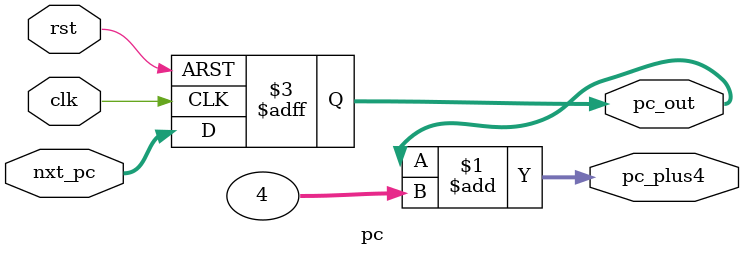
<source format=v>
`timescale 1ns / 1ps

module pc(
    input clk,rst,
    input [31:0] nxt_pc,
    output reg [31:0] pc_out,
    output     [31:0] pc_plus4
    );
    
    assign pc_plus4 = pc_out + 32'd4;
    
    always@(posedge clk or posedge rst)
        if(rst)
            pc_out <= 32'd0;
        else
            begin
                pc_out <= nxt_pc;         
            end

endmodule

</source>
